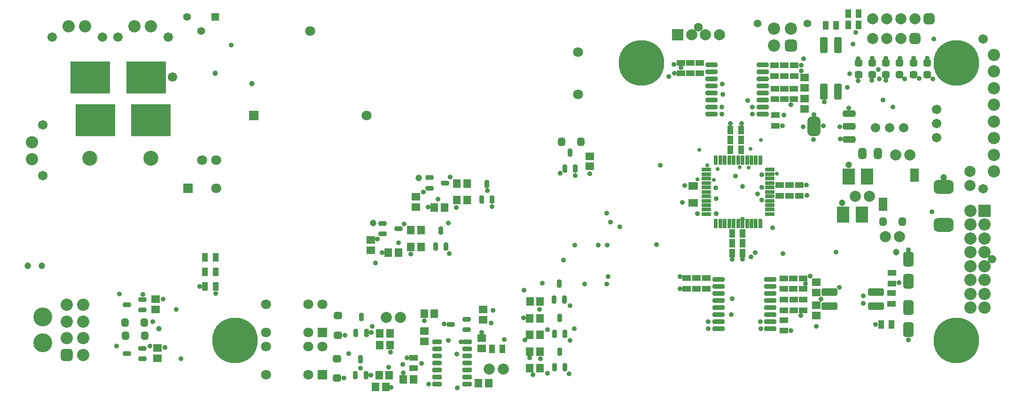
<source format=gts>
G04*
G04 #@! TF.GenerationSoftware,Altium Limited,Altium Designer,22.10.1 (41)*
G04*
G04 Layer_Color=8388736*
%FSLAX44Y44*%
%MOMM*%
G71*
G04*
G04 #@! TF.SameCoordinates,CCA9ED2B-0253-4C40-8C16-DC95D70DEF13*
G04*
G04*
G04 #@! TF.FilePolarity,Negative*
G04*
G01*
G75*
G04:AMPARAMS|DCode=42|XSize=0.8032mm|YSize=2.2032mm|CornerRadius=0.2516mm|HoleSize=0mm|Usage=FLASHONLY|Rotation=90.000|XOffset=0mm|YOffset=0mm|HoleType=Round|Shape=RoundedRectangle|*
%AMROUNDEDRECTD42*
21,1,0.8032,1.7000,0,0,90.0*
21,1,0.3000,2.2032,0,0,90.0*
1,1,0.5032,0.8500,0.1500*
1,1,0.5032,0.8500,-0.1500*
1,1,0.5032,-0.8500,-0.1500*
1,1,0.5032,-0.8500,0.1500*
%
%ADD42ROUNDEDRECTD42*%
%ADD43R,1.5032X1.1032*%
G04:AMPARAMS|DCode=44|XSize=1.4032mm|YSize=2.9532mm|CornerRadius=0.4016mm|HoleSize=0mm|Usage=FLASHONLY|Rotation=90.000|XOffset=0mm|YOffset=0mm|HoleType=Round|Shape=RoundedRectangle|*
%AMROUNDEDRECTD44*
21,1,1.4032,2.1500,0,0,90.0*
21,1,0.6000,2.9532,0,0,90.0*
1,1,0.8032,1.0750,0.3000*
1,1,0.8032,1.0750,-0.3000*
1,1,0.8032,-1.0750,-0.3000*
1,1,0.8032,-1.0750,0.3000*
%
%ADD44ROUNDEDRECTD44*%
%ADD45R,1.5532X1.3532*%
%ADD46R,1.1032X1.5032*%
G04:AMPARAMS|DCode=47|XSize=0.7532mm|YSize=1.7032mm|CornerRadius=0.2391mm|HoleSize=0mm|Usage=FLASHONLY|Rotation=90.000|XOffset=0mm|YOffset=0mm|HoleType=Round|Shape=RoundedRectangle|*
%AMROUNDEDRECTD47*
21,1,0.7532,1.2250,0,0,90.0*
21,1,0.2750,1.7032,0,0,90.0*
1,1,0.4782,0.6125,0.1375*
1,1,0.4782,0.6125,-0.1375*
1,1,0.4782,-0.6125,-0.1375*
1,1,0.4782,-0.6125,0.1375*
%
%ADD47ROUNDEDRECTD47*%
G04:AMPARAMS|DCode=48|XSize=0.7532mm|YSize=1.7032mm|CornerRadius=0.2391mm|HoleSize=0mm|Usage=FLASHONLY|Rotation=0.000|XOffset=0mm|YOffset=0mm|HoleType=Round|Shape=RoundedRectangle|*
%AMROUNDEDRECTD48*
21,1,0.7532,1.2250,0,0,0.0*
21,1,0.2750,1.7032,0,0,0.0*
1,1,0.4782,0.1375,-0.6125*
1,1,0.4782,-0.1375,-0.6125*
1,1,0.4782,-0.1375,0.6125*
1,1,0.4782,0.1375,0.6125*
%
%ADD48ROUNDEDRECTD48*%
G04:AMPARAMS|DCode=49|XSize=0.8532mm|YSize=1.4532mm|CornerRadius=0.2641mm|HoleSize=0mm|Usage=FLASHONLY|Rotation=180.000|XOffset=0mm|YOffset=0mm|HoleType=Round|Shape=RoundedRectangle|*
%AMROUNDEDRECTD49*
21,1,0.8532,0.9250,0,0,180.0*
21,1,0.3250,1.4532,0,0,180.0*
1,1,0.5282,-0.1625,0.4625*
1,1,0.5282,0.1625,0.4625*
1,1,0.5282,0.1625,-0.4625*
1,1,0.5282,-0.1625,-0.4625*
%
%ADD49ROUNDEDRECTD49*%
G04:AMPARAMS|DCode=50|XSize=0.8532mm|YSize=1.4532mm|CornerRadius=0.2641mm|HoleSize=0mm|Usage=FLASHONLY|Rotation=90.000|XOffset=0mm|YOffset=0mm|HoleType=Round|Shape=RoundedRectangle|*
%AMROUNDEDRECTD50*
21,1,0.8532,0.9250,0,0,90.0*
21,1,0.3250,1.4532,0,0,90.0*
1,1,0.5282,0.4625,0.1625*
1,1,0.5282,0.4625,-0.1625*
1,1,0.5282,-0.4625,-0.1625*
1,1,0.5282,-0.4625,0.1625*
%
%ADD50ROUNDEDRECTD50*%
%ADD51R,1.3532X1.5532*%
G04:AMPARAMS|DCode=52|XSize=1.4032mm|YSize=2.9532mm|CornerRadius=0.4016mm|HoleSize=0mm|Usage=FLASHONLY|Rotation=180.000|XOffset=0mm|YOffset=0mm|HoleType=Round|Shape=RoundedRectangle|*
%AMROUNDEDRECTD52*
21,1,1.4032,2.1500,0,0,180.0*
21,1,0.6000,2.9532,0,0,180.0*
1,1,0.8032,-0.3000,1.0750*
1,1,0.8032,0.3000,1.0750*
1,1,0.8032,0.3000,-1.0750*
1,1,0.8032,-0.3000,-1.0750*
%
%ADD52ROUNDEDRECTD52*%
G04:AMPARAMS|DCode=53|XSize=1.9032mm|YSize=2.7032mm|CornerRadius=0.5266mm|HoleSize=0mm|Usage=FLASHONLY|Rotation=180.000|XOffset=0mm|YOffset=0mm|HoleType=Round|Shape=RoundedRectangle|*
%AMROUNDEDRECTD53*
21,1,1.9032,1.6500,0,0,180.0*
21,1,0.8500,2.7032,0,0,180.0*
1,1,1.0532,-0.4250,0.8250*
1,1,1.0532,0.4250,0.8250*
1,1,1.0532,0.4250,-0.8250*
1,1,1.0532,-0.4250,-0.8250*
%
%ADD53ROUNDEDRECTD53*%
%ADD54R,7.1032X5.8032*%
%ADD55R,2.2032X3.0032*%
G04:AMPARAMS|DCode=56|XSize=3.5032mm|YSize=2.5032mm|CornerRadius=0.6766mm|HoleSize=0mm|Usage=FLASHONLY|Rotation=0.000|XOffset=0mm|YOffset=0mm|HoleType=Round|Shape=RoundedRectangle|*
%AMROUNDEDRECTD56*
21,1,3.5032,1.1500,0,0,0.0*
21,1,2.1500,2.5032,0,0,0.0*
1,1,1.3532,1.0750,-0.5750*
1,1,1.3532,-1.0750,-0.5750*
1,1,1.3532,-1.0750,0.5750*
1,1,1.3532,1.0750,0.5750*
%
%ADD56ROUNDEDRECTD56*%
G04:AMPARAMS|DCode=57|XSize=1.2032mm|YSize=2.3032mm|CornerRadius=0.3516mm|HoleSize=0mm|Usage=FLASHONLY|Rotation=270.000|XOffset=0mm|YOffset=0mm|HoleType=Round|Shape=RoundedRectangle|*
%AMROUNDEDRECTD57*
21,1,1.2032,1.6000,0,0,270.0*
21,1,0.5000,2.3032,0,0,270.0*
1,1,0.7032,-0.8000,-0.2500*
1,1,0.7032,-0.8000,0.2500*
1,1,0.7032,0.8000,0.2500*
1,1,0.7032,0.8000,-0.2500*
%
%ADD57ROUNDEDRECTD57*%
G04:AMPARAMS|DCode=58|XSize=3.5032mm|YSize=2.3032mm|CornerRadius=0.6266mm|HoleSize=0mm|Usage=FLASHONLY|Rotation=270.000|XOffset=0mm|YOffset=0mm|HoleType=Round|Shape=RoundedRectangle|*
%AMROUNDEDRECTD58*
21,1,3.5032,1.0500,0,0,270.0*
21,1,2.2500,2.3032,0,0,270.0*
1,1,1.2532,-0.5250,-1.1250*
1,1,1.2532,-0.5250,1.1250*
1,1,1.2532,0.5250,1.1250*
1,1,1.2532,0.5250,-1.1250*
%
%ADD58ROUNDEDRECTD58*%
%ADD59R,1.5032X2.4032*%
G04:AMPARAMS|DCode=60|XSize=1.9532mm|YSize=1.4532mm|CornerRadius=0.4141mm|HoleSize=0mm|Usage=FLASHONLY|Rotation=90.000|XOffset=0mm|YOffset=0mm|HoleType=Round|Shape=RoundedRectangle|*
%AMROUNDEDRECTD60*
21,1,1.9532,0.6250,0,0,90.0*
21,1,1.1250,1.4532,0,0,90.0*
1,1,0.8282,0.3125,0.5625*
1,1,0.8282,0.3125,-0.5625*
1,1,0.8282,-0.3125,-0.5625*
1,1,0.8282,-0.3125,0.5625*
%
%ADD60ROUNDEDRECTD60*%
G04:AMPARAMS|DCode=61|XSize=1.5032mm|YSize=1.3032mm|CornerRadius=0.3766mm|HoleSize=0mm|Usage=FLASHONLY|Rotation=90.000|XOffset=0mm|YOffset=0mm|HoleType=Round|Shape=RoundedRectangle|*
%AMROUNDEDRECTD61*
21,1,1.5032,0.5500,0,0,90.0*
21,1,0.7500,1.3032,0,0,90.0*
1,1,0.7532,0.2750,0.3750*
1,1,0.7532,0.2750,-0.3750*
1,1,0.7532,-0.2750,-0.3750*
1,1,0.7532,-0.2750,0.3750*
%
%ADD61ROUNDEDRECTD61*%
G04:AMPARAMS|DCode=62|XSize=1.4032mm|YSize=1.3032mm|CornerRadius=0.3766mm|HoleSize=0mm|Usage=FLASHONLY|Rotation=180.000|XOffset=0mm|YOffset=0mm|HoleType=Round|Shape=RoundedRectangle|*
%AMROUNDEDRECTD62*
21,1,1.4032,0.5500,0,0,180.0*
21,1,0.6500,1.3032,0,0,180.0*
1,1,0.7532,-0.3250,0.2750*
1,1,0.7532,0.3250,0.2750*
1,1,0.7532,0.3250,-0.2750*
1,1,0.7532,-0.3250,-0.2750*
%
%ADD62ROUNDEDRECTD62*%
G04:AMPARAMS|DCode=63|XSize=0.8032mm|YSize=1.7532mm|CornerRadius=0.2516mm|HoleSize=0mm|Usage=FLASHONLY|Rotation=90.000|XOffset=0mm|YOffset=0mm|HoleType=Round|Shape=RoundedRectangle|*
%AMROUNDEDRECTD63*
21,1,0.8032,1.2500,0,0,90.0*
21,1,0.3000,1.7532,0,0,90.0*
1,1,0.5032,0.6250,0.1500*
1,1,0.5032,0.6250,-0.1500*
1,1,0.5032,-0.6250,-0.1500*
1,1,0.5032,-0.6250,0.1500*
%
%ADD63ROUNDEDRECTD63*%
G04:AMPARAMS|DCode=64|XSize=1.5032mm|YSize=1.3032mm|CornerRadius=0.3766mm|HoleSize=0mm|Usage=FLASHONLY|Rotation=180.000|XOffset=0mm|YOffset=0mm|HoleType=Round|Shape=RoundedRectangle|*
%AMROUNDEDRECTD64*
21,1,1.5032,0.5500,0,0,180.0*
21,1,0.7500,1.3032,0,0,180.0*
1,1,0.7532,-0.3750,0.2750*
1,1,0.7532,0.3750,0.2750*
1,1,0.7532,0.3750,-0.2750*
1,1,0.7532,-0.3750,-0.2750*
%
%ADD64ROUNDEDRECTD64*%
%ADD65R,1.8032X1.4032*%
%ADD66C,1.2032*%
%ADD67C,1.8032*%
%ADD68R,1.8032X1.8032*%
%ADD69C,2.0032*%
%ADD70C,2.2032*%
%ADD71C,1.7032*%
%ADD72C,1.4032*%
%ADD73R,1.4032X1.4032*%
%ADD74C,1.5032*%
%ADD75R,2.2032X2.2032*%
G04:AMPARAMS|DCode=76|XSize=2.2032mm|YSize=2.2032mm|CornerRadius=0.6016mm|HoleSize=0mm|Usage=FLASHONLY|Rotation=90.000|XOffset=0mm|YOffset=0mm|HoleType=Round|Shape=RoundedRectangle|*
%AMROUNDEDRECTD76*
21,1,2.2032,1.0000,0,0,90.0*
21,1,1.0000,2.2032,0,0,90.0*
1,1,1.2032,0.5000,0.5000*
1,1,1.2032,0.5000,-0.5000*
1,1,1.2032,-0.5000,-0.5000*
1,1,1.2032,-0.5000,0.5000*
%
%ADD76ROUNDEDRECTD76*%
G04:AMPARAMS|DCode=77|XSize=2.0032mm|YSize=2.0032mm|CornerRadius=0.5516mm|HoleSize=0mm|Usage=FLASHONLY|Rotation=270.000|XOffset=0mm|YOffset=0mm|HoleType=Round|Shape=RoundedRectangle|*
%AMROUNDEDRECTD77*
21,1,2.0032,0.9000,0,0,270.0*
21,1,0.9000,2.0032,0,0,270.0*
1,1,1.1032,-0.4500,-0.4500*
1,1,1.1032,-0.4500,0.4500*
1,1,1.1032,0.4500,0.4500*
1,1,1.1032,0.4500,-0.4500*
%
%ADD77ROUNDEDRECTD77*%
%ADD78C,8.2032*%
%ADD79C,2.7032*%
%ADD80R,2.0032X2.0032*%
%ADD81C,1.6032*%
G04:AMPARAMS|DCode=82|XSize=2.2032mm|YSize=2.2032mm|CornerRadius=0.6016mm|HoleSize=0mm|Usage=FLASHONLY|Rotation=180.000|XOffset=0mm|YOffset=0mm|HoleType=Round|Shape=RoundedRectangle|*
%AMROUNDEDRECTD82*
21,1,2.2032,1.0000,0,0,180.0*
21,1,1.0000,2.2032,0,0,180.0*
1,1,1.2032,-0.5000,0.5000*
1,1,1.2032,0.5000,0.5000*
1,1,1.2032,0.5000,-0.5000*
1,1,1.2032,-0.5000,-0.5000*
%
%ADD82ROUNDEDRECTD82*%
%ADD83C,3.4032*%
%ADD84C,0.9032*%
%ADD85C,0.7032*%
%ADD86C,1.0032*%
D42*
X1271760Y210030D02*
D03*
Y197330D02*
D03*
Y184630D02*
D03*
Y171930D02*
D03*
Y159230D02*
D03*
Y146530D02*
D03*
Y133830D02*
D03*
Y121130D02*
D03*
X1364760Y210030D02*
D03*
Y197330D02*
D03*
Y184630D02*
D03*
Y171930D02*
D03*
Y159230D02*
D03*
Y146530D02*
D03*
Y133830D02*
D03*
Y121130D02*
D03*
X1258250Y596700D02*
D03*
Y584000D02*
D03*
Y571300D02*
D03*
Y558600D02*
D03*
Y545900D02*
D03*
Y533200D02*
D03*
Y520500D02*
D03*
Y507800D02*
D03*
X1351250Y596700D02*
D03*
Y584000D02*
D03*
Y571300D02*
D03*
Y558600D02*
D03*
Y545900D02*
D03*
Y533200D02*
D03*
Y520500D02*
D03*
Y507800D02*
D03*
D43*
X1249590Y212290D02*
D03*
Y193290D02*
D03*
X1231810Y212290D02*
D03*
Y193290D02*
D03*
X1214030Y212290D02*
D03*
Y193290D02*
D03*
X1388760Y136580D02*
D03*
Y117580D02*
D03*
X1423510Y173580D02*
D03*
Y154580D02*
D03*
X1406510Y173580D02*
D03*
Y154580D02*
D03*
X1389010Y173580D02*
D03*
Y154580D02*
D03*
X1423760Y193080D02*
D03*
Y212080D02*
D03*
X1406260Y193080D02*
D03*
Y212080D02*
D03*
X1388760Y193080D02*
D03*
Y212080D02*
D03*
X1582750Y185250D02*
D03*
Y166250D02*
D03*
X1407540Y595830D02*
D03*
Y576830D02*
D03*
X1389760Y595830D02*
D03*
Y576830D02*
D03*
X1372480Y595830D02*
D03*
Y576830D02*
D03*
X1407010Y553830D02*
D03*
Y534830D02*
D03*
X1389760Y553830D02*
D03*
Y534830D02*
D03*
X1372760Y553830D02*
D03*
Y534830D02*
D03*
X1417130Y360900D02*
D03*
Y379900D02*
D03*
X1399350Y360900D02*
D03*
Y379900D02*
D03*
X1381570Y360900D02*
D03*
Y379900D02*
D03*
X1583510Y221580D02*
D03*
Y202580D02*
D03*
X1237684Y600504D02*
D03*
Y581504D02*
D03*
X1220652Y600504D02*
D03*
Y581504D02*
D03*
X1203620Y600504D02*
D03*
Y581504D02*
D03*
X1373510Y506080D02*
D03*
Y487080D02*
D03*
X721750Y68750D02*
D03*
Y49750D02*
D03*
D44*
X1554757Y187476D02*
D03*
X1471243Y162024D02*
D03*
X1554743D02*
D03*
X1471257Y187476D02*
D03*
D45*
X1447510Y204580D02*
D03*
Y186080D02*
D03*
X1447260Y163580D02*
D03*
Y145080D02*
D03*
X1426260Y574330D02*
D03*
Y555830D02*
D03*
Y535830D02*
D03*
Y517330D02*
D03*
X741750Y98000D02*
D03*
Y116500D02*
D03*
X1039250Y432246D02*
D03*
Y413746D02*
D03*
X257250Y155750D02*
D03*
Y174250D02*
D03*
X260500Y68000D02*
D03*
Y86500D02*
D03*
X726000Y358750D02*
D03*
Y340250D02*
D03*
X644500Y281250D02*
D03*
Y262750D02*
D03*
X846750Y155500D02*
D03*
Y137000D02*
D03*
X845000Y104000D02*
D03*
Y85500D02*
D03*
D46*
X1583000Y128650D02*
D03*
X1564000D02*
D03*
X1314830Y257370D02*
D03*
X1295830D02*
D03*
X1314830Y275150D02*
D03*
X1295830D02*
D03*
X1314830Y292930D02*
D03*
X1295830D02*
D03*
X1292810Y443540D02*
D03*
X1311810D02*
D03*
X1292810Y461320D02*
D03*
X1311810D02*
D03*
Y479100D02*
D03*
X1292810D02*
D03*
X1524000Y689000D02*
D03*
X1505000D02*
D03*
X1524000Y669250D02*
D03*
X1505000D02*
D03*
X1483000Y667750D02*
D03*
X1464000D02*
D03*
X365250Y249750D02*
D03*
X346250D02*
D03*
X365250Y223375D02*
D03*
X346250D02*
D03*
X365250Y197000D02*
D03*
X346250D02*
D03*
X882250Y85000D02*
D03*
X863250D02*
D03*
D47*
X1249640Y407860D02*
D03*
Y399860D02*
D03*
Y391860D02*
D03*
Y383860D02*
D03*
Y375860D02*
D03*
Y367860D02*
D03*
Y359860D02*
D03*
Y351860D02*
D03*
Y343860D02*
D03*
Y335860D02*
D03*
Y327860D02*
D03*
X1363640D02*
D03*
Y335860D02*
D03*
Y343860D02*
D03*
Y351860D02*
D03*
Y359860D02*
D03*
Y367860D02*
D03*
Y375860D02*
D03*
Y383860D02*
D03*
Y391860D02*
D03*
Y399860D02*
D03*
Y407860D02*
D03*
D48*
X1266640Y310860D02*
D03*
X1274640D02*
D03*
X1282640D02*
D03*
X1290640D02*
D03*
X1298640D02*
D03*
X1306640D02*
D03*
X1314640D02*
D03*
X1322640D02*
D03*
X1330640D02*
D03*
X1338640D02*
D03*
X1346640D02*
D03*
Y424860D02*
D03*
X1338640D02*
D03*
X1330640D02*
D03*
X1322640D02*
D03*
X1314640D02*
D03*
X1306640D02*
D03*
X1298640D02*
D03*
X1290640D02*
D03*
X1282640D02*
D03*
X1274640D02*
D03*
X1266640D02*
D03*
D49*
X1004000Y438757D02*
D03*
X1013500Y410257D02*
D03*
X994500D02*
D03*
X985000Y140510D02*
D03*
X994500Y112010D02*
D03*
X975500D02*
D03*
X985000Y80006D02*
D03*
X994500Y51506D02*
D03*
X975500D02*
D03*
X853750Y382253D02*
D03*
X863250Y353753D02*
D03*
X844250D02*
D03*
X761250Y269250D02*
D03*
X780250D02*
D03*
X770750Y297750D02*
D03*
X994000Y173750D02*
D03*
X975000D02*
D03*
X984500Y202250D02*
D03*
X636000Y37500D02*
D03*
X617000D02*
D03*
X626500Y66000D02*
D03*
X627500Y142250D02*
D03*
X618000Y113750D02*
D03*
X637000D02*
D03*
D50*
X694500Y301500D02*
D03*
X666000Y292000D02*
D03*
Y311000D02*
D03*
X750250Y374500D02*
D03*
Y393500D02*
D03*
X778750Y384000D02*
D03*
X205000Y164250D02*
D03*
X233500Y173750D02*
D03*
Y154750D02*
D03*
X205250Y76500D02*
D03*
X233750Y86000D02*
D03*
Y67000D02*
D03*
X817250Y119500D02*
D03*
Y138500D02*
D03*
X788750Y129000D02*
D03*
D51*
X857500Y22750D02*
D03*
X839000D02*
D03*
X703000Y30000D02*
D03*
X721500D02*
D03*
X653250Y15750D02*
D03*
X671750D02*
D03*
X931250Y140055D02*
D03*
X949750D02*
D03*
X931250Y110016D02*
D03*
X949750D02*
D03*
X931250Y79977D02*
D03*
X949750D02*
D03*
X931250Y49937D02*
D03*
X949750D02*
D03*
X800000Y382898D02*
D03*
X818500D02*
D03*
X800000Y352859D02*
D03*
X818500D02*
D03*
X735500Y298819D02*
D03*
X717000D02*
D03*
X735500Y268780D02*
D03*
X717000D02*
D03*
X950000Y170000D02*
D03*
X931500D02*
D03*
X759250Y340000D02*
D03*
X777750D02*
D03*
X741000Y148250D02*
D03*
X759500D02*
D03*
X678250Y37750D02*
D03*
X659750D02*
D03*
X679500Y91250D02*
D03*
X661000D02*
D03*
X679750Y112500D02*
D03*
X661250D02*
D03*
X676250Y258250D02*
D03*
X694750D02*
D03*
D52*
X1461000Y549000D02*
D03*
X1486453Y548986D02*
D03*
X1461000Y632500D02*
D03*
X1486453Y632486D02*
D03*
D53*
X1613000Y119650D02*
D03*
Y159150D02*
D03*
X1613750Y206650D02*
D03*
Y246150D02*
D03*
D54*
X248500Y497250D02*
D03*
X148500D02*
D03*
X139750Y574250D02*
D03*
X239750D02*
D03*
D55*
X1539250Y395250D02*
D03*
X1505750D02*
D03*
X1529500Y327000D02*
D03*
X1496000D02*
D03*
D56*
X1676500Y376500D02*
D03*
Y308500D02*
D03*
D57*
X1506500Y462750D02*
D03*
Y485750D02*
D03*
Y508750D02*
D03*
D58*
X1443500Y485750D02*
D03*
D59*
X1567750Y345250D02*
D03*
X1624316Y398183D02*
D03*
D60*
X1558750Y436750D02*
D03*
X1530250D02*
D03*
D61*
X1602500Y314250D02*
D03*
X1567500D02*
D03*
X1023500Y458280D02*
D03*
X988500D02*
D03*
X201750Y132500D02*
D03*
X236750D02*
D03*
X202500Y108750D02*
D03*
X237500D02*
D03*
D62*
X1597716Y600270D02*
D03*
Y579270D02*
D03*
X1647220Y600270D02*
D03*
Y579270D02*
D03*
X1622468Y600270D02*
D03*
Y579270D02*
D03*
X1548212Y600270D02*
D03*
Y579270D02*
D03*
X1572964Y600270D02*
D03*
Y579270D02*
D03*
X1523460D02*
D03*
Y600270D02*
D03*
D63*
X764500Y84900D02*
D03*
Y97600D02*
D03*
Y72200D02*
D03*
Y59500D02*
D03*
Y46800D02*
D03*
Y34100D02*
D03*
Y21400D02*
D03*
X818500Y97600D02*
D03*
Y84900D02*
D03*
Y72200D02*
D03*
Y59500D02*
D03*
Y46800D02*
D03*
Y34100D02*
D03*
Y21400D02*
D03*
D64*
X585250Y109500D02*
D03*
Y144500D02*
D03*
X584250Y32000D02*
D03*
Y67000D02*
D03*
D65*
X1225500Y378750D02*
D03*
Y347750D02*
D03*
D66*
X26750Y235000D02*
D03*
X51750D02*
D03*
X1493750Y347750D02*
D03*
X1505750Y416750D02*
D03*
X1591250Y259500D02*
D03*
X1676500Y394000D02*
D03*
X649000Y311250D02*
D03*
X731000Y393000D02*
D03*
D67*
X535650Y657900D02*
D03*
X637250Y505500D02*
D03*
X1018250Y543600D02*
D03*
Y619800D02*
D03*
X532400Y114350D02*
D03*
X456200D02*
D03*
X557800Y165150D02*
D03*
X532400D02*
D03*
X456200D02*
D03*
X455950Y89400D02*
D03*
X532150D02*
D03*
X557550D02*
D03*
X455950Y38600D02*
D03*
X532150D02*
D03*
X365900Y425150D02*
D03*
X340500D02*
D03*
X365900Y374350D02*
D03*
D68*
X434050Y505500D02*
D03*
X557800Y114350D02*
D03*
X557550Y38600D02*
D03*
X315100Y374350D02*
D03*
D69*
X1724000Y405000D02*
D03*
Y379600D02*
D03*
X1616200Y434250D02*
D03*
X1590800D02*
D03*
X858300Y48750D02*
D03*
X883700D02*
D03*
X1222750Y651250D02*
D03*
X1247750D02*
D03*
X1597650Y287500D02*
D03*
X1572250D02*
D03*
X1543450Y359750D02*
D03*
X1518050D02*
D03*
X1599500Y644000D02*
D03*
X1574100D02*
D03*
X1548700D02*
D03*
X1599500Y679750D02*
D03*
X1624900D02*
D03*
X1574100D02*
D03*
X1548700D02*
D03*
X673050Y141500D02*
D03*
X698450D02*
D03*
X1272750Y651250D02*
D03*
D70*
X1767250Y434750D02*
D03*
Y404750D02*
D03*
Y464750D02*
D03*
Y494750D02*
D03*
Y524750D02*
D03*
Y554750D02*
D03*
Y584750D02*
D03*
Y614750D02*
D03*
X34500Y427000D02*
D03*
Y457000D02*
D03*
X1371500Y631850D02*
D03*
X1401500Y661850D02*
D03*
X218750Y666250D02*
D03*
X248750D02*
D03*
X100250D02*
D03*
X130250D02*
D03*
X1725500Y284000D02*
D03*
Y259000D02*
D03*
X1750500Y159000D02*
D03*
Y284000D02*
D03*
Y309000D02*
D03*
X1725500D02*
D03*
Y334000D02*
D03*
X1750500Y259000D02*
D03*
X1725500Y234000D02*
D03*
X1750500D02*
D03*
X1725500Y209000D02*
D03*
X1750500D02*
D03*
X1725500Y184000D02*
D03*
X1750500D02*
D03*
X1725500Y159000D02*
D03*
X1371500Y661850D02*
D03*
X96700Y134000D02*
D03*
X126700D02*
D03*
Y74000D02*
D03*
Y104000D02*
D03*
Y164000D02*
D03*
X96700Y104000D02*
D03*
Y164000D02*
D03*
D71*
X1664000Y491000D02*
D03*
Y465600D02*
D03*
Y516400D02*
D03*
X1554350Y483500D02*
D03*
X1605150D02*
D03*
X1579750D02*
D03*
X1748250Y643250D02*
D03*
X1748250Y373250D02*
D03*
X53500Y397500D02*
D03*
X53500Y488500D02*
D03*
X287500Y574750D02*
D03*
X189250Y647250D02*
D03*
X280250Y647250D02*
D03*
X70750Y647250D02*
D03*
X161750Y647250D02*
D03*
D72*
X339000Y658000D02*
D03*
X313600Y683400D02*
D03*
X1341500Y671250D02*
D03*
X1431500D02*
D03*
D73*
X364400Y683400D02*
D03*
D74*
X1764305Y246500D02*
D03*
D75*
X1750500Y334000D02*
D03*
D76*
X1401500Y631850D02*
D03*
D77*
X1624900Y644000D02*
D03*
X1650300Y679750D02*
D03*
D78*
X1700000Y600000D02*
D03*
X1132500D02*
D03*
X1700000Y100000D02*
D03*
X400000D02*
D03*
D79*
X248250Y428500D02*
D03*
X138250D02*
D03*
D80*
X1197750Y651250D02*
D03*
D81*
X1235250Y664650D02*
D03*
D82*
X96700Y74000D02*
D03*
D83*
X53500Y95500D02*
D03*
Y142500D02*
D03*
D84*
X337000Y197250D02*
D03*
X992121Y244433D02*
D03*
X1159750Y272500D02*
D03*
X1070750Y272000D02*
D03*
X1054250D02*
D03*
X1012500Y271750D02*
D03*
X653250Y239750D02*
D03*
X694750Y276250D02*
D03*
X765500Y355000D02*
D03*
X1093750Y305000D02*
D03*
X807250Y97500D02*
D03*
X1181750Y576000D02*
D03*
X1266000Y375000D02*
D03*
X1166250Y416000D02*
D03*
X1323750Y532250D02*
D03*
X854750Y370000D02*
D03*
X784500Y311750D02*
D03*
X1659128Y643212D02*
D03*
X1513500Y634250D02*
D03*
X1003500Y99900D02*
D03*
X922500Y100750D02*
D03*
X963000Y119750D02*
D03*
X1011000Y121500D02*
D03*
X919750Y140500D02*
D03*
X948500Y155500D02*
D03*
X1003750Y162250D02*
D03*
X920750Y190500D02*
D03*
X1030000Y201500D02*
D03*
X954250Y203000D02*
D03*
X1069750Y329750D02*
D03*
X1252750Y121250D02*
D03*
X1253000Y134000D02*
D03*
X1294148Y146456D02*
D03*
X1295500Y175250D02*
D03*
X1202000Y192750D02*
D03*
X1070000Y201500D02*
D03*
X1201750Y215000D02*
D03*
X1072250Y215500D02*
D03*
X1314750Y246500D02*
D03*
X1295500Y246750D02*
D03*
X1076750Y313250D02*
D03*
X1314640Y318822D02*
D03*
X1233000Y328250D02*
D03*
X1266750Y328250D02*
D03*
X1205750Y348500D02*
D03*
X1266750Y355750D02*
D03*
X1210500Y379250D02*
D03*
X1013250Y397500D02*
D03*
X1039250Y400750D02*
D03*
X986000Y401750D02*
D03*
X1191500Y582000D02*
D03*
X1203750Y591504D02*
D03*
X1191250Y598000D02*
D03*
X1314750Y377750D02*
D03*
X1301750Y396000D02*
D03*
X1312500Y491000D02*
D03*
X1292750Y491500D02*
D03*
X1277250Y508000D02*
D03*
X1277000Y520500D02*
D03*
X1279250Y544000D02*
D03*
X1278500Y562000D02*
D03*
X1329500Y251000D02*
D03*
X1337750Y258250D02*
D03*
X1341750Y364500D02*
D03*
X1347000Y134250D02*
D03*
X1347250Y121250D02*
D03*
X1349000Y376250D02*
D03*
X1349250Y353000D02*
D03*
X1401500Y117750D02*
D03*
X1447250Y125000D02*
D03*
X1419250Y145250D02*
D03*
X1531750Y167000D02*
D03*
X1456250Y174500D02*
D03*
X1532500Y180750D02*
D03*
X1488750Y195750D02*
D03*
X1428000Y202080D02*
D03*
X1436250Y215750D02*
D03*
X1387750Y257000D02*
D03*
X1482699Y259447D02*
D03*
X1368750Y303000D02*
D03*
X1430500Y361250D02*
D03*
X1430000Y380250D02*
D03*
X1349500Y399000D02*
D03*
X1332000Y508500D02*
D03*
X1332250Y521000D02*
D03*
X1386250Y486750D02*
D03*
X1389000Y506500D02*
D03*
X1442750Y462750D02*
D03*
X1490750Y463000D02*
D03*
X1424000Y485250D02*
D03*
X1490000D02*
D03*
X1460500Y486500D02*
D03*
X1443250Y507500D02*
D03*
X1506250Y518750D02*
D03*
X1401750Y525330D02*
D03*
X1461500Y530250D02*
D03*
X1503500Y556250D02*
D03*
X1523000Y568250D02*
D03*
X1547750Y569000D02*
D03*
X1507750Y581250D02*
D03*
X1420000Y586250D02*
D03*
Y596000D02*
D03*
X1424250Y608250D02*
D03*
X1523000Y608250D02*
D03*
X1548017Y608503D02*
D03*
X1518750Y655250D02*
D03*
X1553750Y129000D02*
D03*
X1613000Y101250D02*
D03*
X1613750Y263500D02*
D03*
X1596500Y204250D02*
D03*
X1655750Y332000D02*
D03*
X1585500Y520500D02*
D03*
X1567750Y533500D02*
D03*
X1573000Y569250D02*
D03*
X1561250Y571750D02*
D03*
X1607000D02*
D03*
X1632750Y572500D02*
D03*
X1559250Y588750D02*
D03*
X1573000Y608500D02*
D03*
X1598000D02*
D03*
X1622500D02*
D03*
X1647250D02*
D03*
X1657500Y571750D02*
D03*
X186648Y89636D02*
D03*
X252000Y134000D02*
D03*
X191500Y183500D02*
D03*
X647250Y125250D02*
D03*
X605250Y76000D02*
D03*
X626000Y50000D02*
D03*
X676750Y52000D02*
D03*
X702750Y57000D02*
D03*
X784500Y99900D02*
D03*
X736500Y58500D02*
D03*
X800500Y14250D02*
D03*
X799500Y75750D02*
D03*
X950750Y67250D02*
D03*
X680960Y15579D02*
D03*
X749250Y21250D02*
D03*
X644500Y37750D02*
D03*
X937250Y38250D02*
D03*
X1001750Y39750D02*
D03*
X963250Y41000D02*
D03*
X703000Y41500D02*
D03*
X931250Y68250D02*
D03*
X710000Y68750D02*
D03*
X680000Y78900D02*
D03*
X884869Y101283D02*
D03*
X646000Y114000D02*
D03*
X844750D02*
D03*
X776750Y129250D02*
D03*
X861250Y131000D02*
D03*
X741000Y135250D02*
D03*
X864750Y154500D02*
D03*
X717000Y255750D02*
D03*
X786250Y256250D02*
D03*
X664750Y258250D02*
D03*
X657000Y283250D02*
D03*
X705000Y310250D02*
D03*
X799250Y340000D02*
D03*
X748250Y340250D02*
D03*
X863000Y341250D02*
D03*
X739500Y367250D02*
D03*
X788250Y395000D02*
D03*
X246936Y89825D02*
D03*
X274000Y87250D02*
D03*
X270250Y174250D02*
D03*
X234250Y183000D02*
D03*
X596750Y32250D02*
D03*
X598000Y109250D02*
D03*
X365750Y184500D02*
D03*
X294250Y155500D02*
D03*
X302500Y66750D02*
D03*
X393351Y632685D02*
D03*
X1680000Y620000D02*
D03*
X1672500Y600000D02*
D03*
X1680000Y580000D02*
D03*
X1700000Y572500D02*
D03*
X1720000Y580000D02*
D03*
X1727500Y600000D02*
D03*
X1720000Y620000D02*
D03*
X1700000Y627500D02*
D03*
X1112500Y620000D02*
D03*
X1105000Y600000D02*
D03*
X1112500Y580000D02*
D03*
X1132500Y572500D02*
D03*
X1152500Y580000D02*
D03*
X1160000Y600000D02*
D03*
X1152500Y620000D02*
D03*
X1132500Y627500D02*
D03*
X1680000Y120000D02*
D03*
X1672500Y100000D02*
D03*
X1680000Y80000D02*
D03*
X1700000Y72500D02*
D03*
X1720000Y80000D02*
D03*
X1727500Y100000D02*
D03*
X1720000Y120000D02*
D03*
X1700000Y127500D02*
D03*
X380000Y120000D02*
D03*
X372500Y100000D02*
D03*
X380000Y80000D02*
D03*
X400000Y72500D02*
D03*
X420000Y80000D02*
D03*
X427500Y100000D02*
D03*
X420000Y120000D02*
D03*
X400000Y127500D02*
D03*
D85*
X1233000Y390500D02*
D03*
X1236500Y444000D02*
D03*
X1263000Y389500D02*
D03*
X1270000Y409000D02*
D03*
X1309750Y412500D02*
D03*
X1251250Y415500D02*
D03*
X1274640Y424860D02*
D03*
X1282640D02*
D03*
X1325750Y411750D02*
D03*
X1376500Y400250D02*
D03*
X1328500Y445500D02*
D03*
X1347750Y461250D02*
D03*
D86*
X263000Y121000D02*
D03*
X431000Y563250D02*
D03*
X364250Y582000D02*
D03*
M02*

</source>
